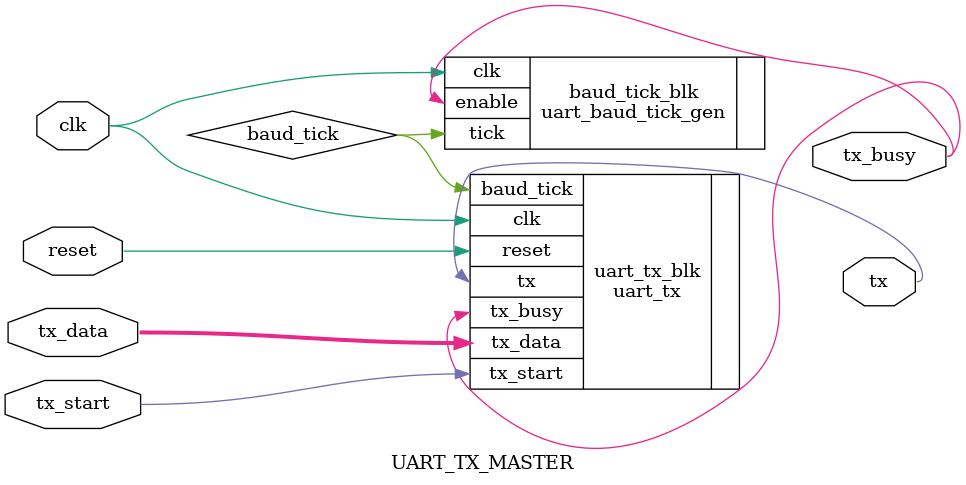
<source format=sv>
`timescale 1ns / 1ps


module UART_TX_MASTER 
#(
	parameter CLK_FREQUENCY = 100000000,
	parameter BAUD_RATE = 115200
)(
	input clk,
	input reset,
	
	input tx_start,
	input [7:0] tx_data,
	
	output tx,
	output tx_busy
);

	
	wire baud_tick;
	
	uart_baud_tick_gen #(
		.CLK_FREQUENCY(CLK_FREQUENCY),
		.BAUD_RATE(BAUD_RATE),
		.OVERSAMPLING(1)
	) baud_tick_blk (
		.clk(clk),
		.enable(tx_busy),
		.tick(baud_tick)
	);

	uart_tx uart_tx_blk (
		.clk(clk),
		.reset(reset),
		.baud_tick(baud_tick),
		.tx(tx),
		.tx_start(tx_start),
		.tx_data(tx_data),
		.tx_busy(tx_busy)
	);
endmodule

</source>
